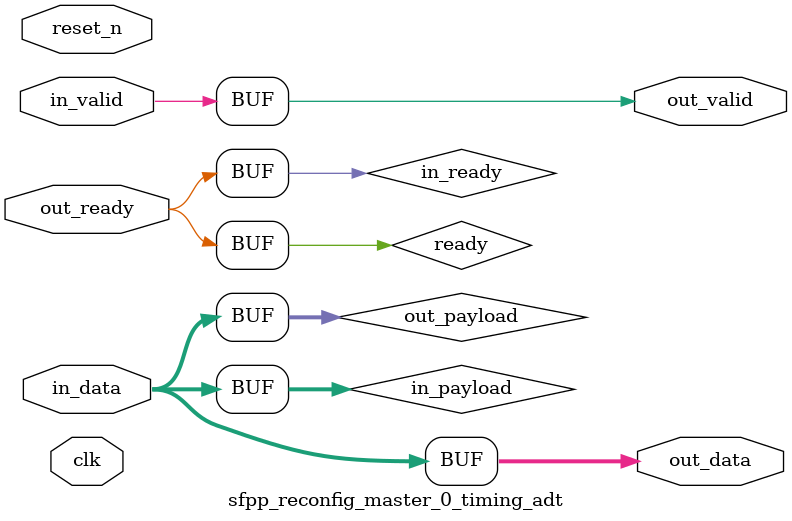
<source format=v>

`timescale 1ns / 100ps
module sfpp_reconfig_master_0_timing_adt (
    
      // Interface: clk
      input              clk,
      // Interface: reset
      input              reset_n,
      // Interface: in
      input              in_valid,
      input      [ 7: 0] in_data,
      // Interface: out
      output reg         out_valid,
      output reg [ 7: 0] out_data,
      input              out_ready
);




   // ---------------------------------------------------------------------
   //| Signal Declarations
   // ---------------------------------------------------------------------

   reg  [ 7: 0] in_payload;
   reg  [ 7: 0] out_payload;
   reg  [ 0: 0] ready;
   reg          in_ready;
   // synthesis translate_off
   always @(negedge in_ready) begin
      $display("%m: The downstream component is backpressuring by deasserting ready, but the upstream component can't be backpressured.");
   end
   // synthesis translate_on   


   // ---------------------------------------------------------------------
   //| Payload Mapping
   // ---------------------------------------------------------------------
   always @* begin
     in_payload = {in_data};
     {out_data} = out_payload;
   end

   // ---------------------------------------------------------------------
   //| Ready & valid signals.
   // ---------------------------------------------------------------------
   always @* begin
     ready[0] = out_ready;
     out_valid = in_valid;
     out_payload = in_payload;
     in_ready = ready[0];
   end




endmodule


</source>
